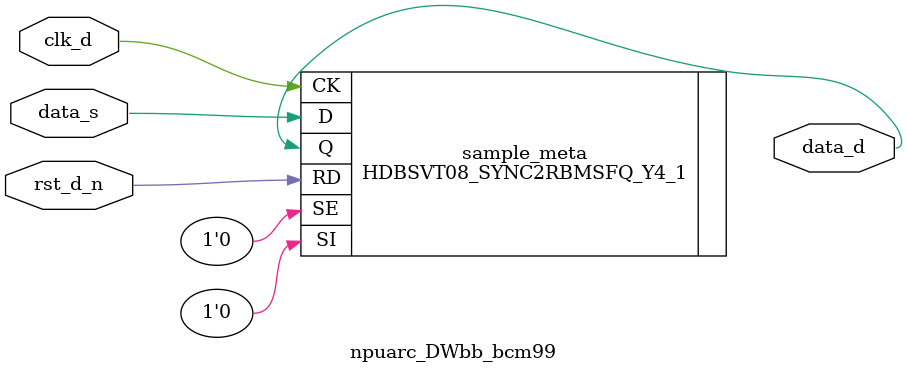
<source format=v>
`ifndef DWbb_bcm99_v
`define DWbb_bcm99_v

module npuarc_DWbb_bcm99 (
  clk_d,
  rst_d_n,
  data_s,
  data_d
);
parameter ACCURATE_MISSAMPLING = 0; // RANGE 0 to 1
input  clk_d;      // clock input from destination domain
input  rst_d_n;    // active low asynchronous reset from destination domain
input  data_s;     // data to be synchronized from source domain
output data_d;     // data synchronized to destination domain
//######################### NOTE ABOUT TECHNOLOGY CELL MAPPING ############################
// Replace code between "DOUBLE FF SYNCHRONIZER BEGIN" and "DOUBLE FF SYNCHRONIZER END"
// with one of the following two options of customized register cell(s):
//   Option 1: One instance of a 2-FF cell
//     Macro cell must have an instance name of "sample_meta".
//
//     Example: (TECH_SYNC_2FF is example name of a synchronizer macro cell found in a technology library)
//         TECH_SYNC_2FF sample_meta ( .D(data_s), .CP(clk_d), .RSTN(rst_d_n), .Q(data_d) );
//     
//   Option 2: Two instances of single-FF cells connected serially 
//     The first stage synchronizer cell must have an instance name of "sample_meta".
//     The second stage synchronizer cell must have an instance name of "sample_syncl".
//
//     Example: (in GTECH)
//         wire n9;
//         GTECH_FD2 sample_meta ( .D(data_s), .CP(clk_d), .CD(rst_d_n), .Q(n9) );
//         GTECH_FD2 sample_syncl ( .D(n9), .CP(clk_d), .CD(rst_d_n), .Q(data_d) );
//
//####################### END NOTE ABOUT TECHNOLOGY CELL MAPPING ##########################
// DOUBLE FF SYNCHRONIZER BEGIN

// spyglass disable_block STARC05-1.3.1.3 Reset_check07 Reset_check04 Clock_check10 STARC05-1.4.3.4 Reset_sync04 Ar_converge02 Ac_glitch03 Ar_glitch01 W402b Ar_resetcross01
HDBSVT08_SYNC2RBMSFQ_Y4_1 sample_meta (.SI(1'b0), .SE(1'b0), .D(data_s), .CK(clk_d), .RD(rst_d_n), .Q(data_d) );
// spyglass enable_block STARC05-1.3.1.3 Reset_check07 Reset_check04 Clock_check10 STARC05-1.4.3.4 Reset_sync04 Ar_converge02 Ac_glitch03 Ar_glitch01 W402b Ar_resetcross01







// DOUBLE FF SYNCHRONIZER END

endmodule
// spyglass enable_block Ar_glitch01
`endif

</source>
